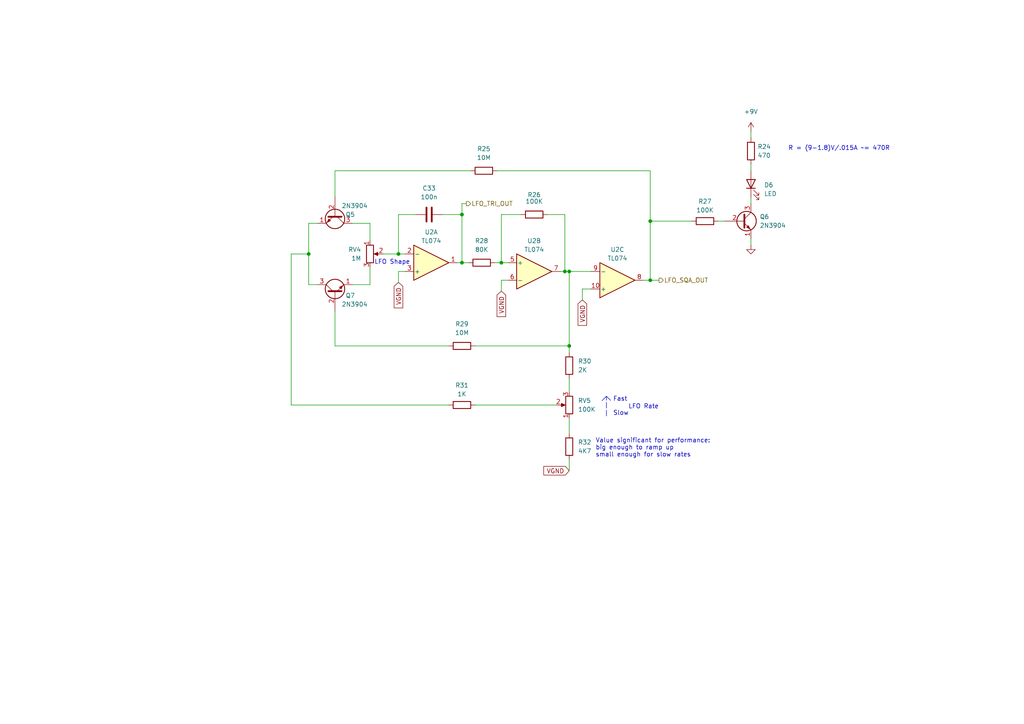
<source format=kicad_sch>
(kicad_sch (version 20211123) (generator eeschema)
  (paper "A4")
  (title_block (title "LivSynth - LFO") (date "2022-07-18") (rev "${Version}") (company "SloBlo Labs"))
  (lib_symbols
    (symbol "Amplifier_Operational:TL074" (pin_names (offset 0.127))
      (property "Reference" "U" (at 0 5.08 0))
      (property "Value" "TL074" (at 0 -5.08 0))
      (symbol "TL074_1_1"
        (polyline (pts (xy -5.08 5.08) (xy 5.08 0) (xy -5.08 -5.08) (xy -5.08 5.08)) (stroke (width 0.254)) (fill (type background)))
        (pin output line (at 7.62 0 180) (length 2.54) (name "~") (number "1"))
        (pin input line (at -7.62 -2.54 0) (length 2.54) (name "-") (number "2"))
        (pin input line (at -7.62 2.54 0) (length 2.54) (name "+") (number "3"))
      )
      (symbol "TL074_2_1"
        (polyline (pts (xy -5.08 5.08) (xy 5.08 0) (xy -5.08 -5.08) (xy -5.08 5.08)) (stroke (width 0.254)) (fill (type background)))
        (pin input line (at -7.62 2.54 0) (length 2.54) (name "+") (number "5"))
        (pin input line (at -7.62 -2.54 0) (length 2.54) (name "-") (number "6"))
        (pin output line (at 7.62 0 180) (length 2.54) (name "~") (number "7"))
      )
      (symbol "TL074_3_1"
        (polyline (pts (xy -5.08 5.08) (xy 5.08 0) (xy -5.08 -5.08) (xy -5.08 5.08)) (stroke (width 0.254)) (fill (type background)))
        (pin input line (at -7.62 2.54 0) (length 2.54) (name "+") (number "10"))
        (pin output line (at 7.62 0 180) (length 2.54) (name "~") (number "8"))
        (pin input line (at -7.62 -2.54 0) (length 2.54) (name "-") (number "9"))
      )
      (symbol "TL074_4_1"
        (polyline (pts (xy -5.08 5.08) (xy 5.08 0) (xy -5.08 -5.08) (xy -5.08 5.08)) (stroke (width 0.254)) (fill (type background)))
        (pin input line (at -7.62 2.54 0) (length 2.54) (name "+") (number "12"))
        (pin input line (at -7.62 -2.54 0) (length 2.54) (name "-") (number "13"))
        (pin output line (at 7.62 0 180) (length 2.54) (name "~") (number "14"))
      )
      (symbol "TL074_5_1"
        (pin power_in line (at -2.54 -7.62 90) (length 3.81) (name "V-") (number "11"))
        (pin power_in line (at -2.54 7.62 270) (length 3.81) (name "V+") (number "4"))
      )
    )
    (symbol "Device:C" (pin_numbers hide) (pin_names (offset 0.254))
      (property "Reference" "C" (at 0.635 2.54 0))
      (property "Value" "C" (at 0.635 -2.54 0))
      (symbol "C_0_1"
        (polyline (pts (xy -2.032 -0.762) (xy 2.032 -0.762)) (stroke (width 0.508)))
        (polyline (pts (xy -2.032 0.762) (xy 2.032 0.762)) (stroke (width 0.508)))
      )
      (symbol "C_1_1"
        (pin passive line (at 0 3.81 270) (length 2.794) (name "~") (number "1"))
        (pin passive line (at 0 -3.81 90) (length 2.794) (name "~") (number "2"))
      )
    )
    (symbol "Device:LED" (pin_numbers hide) (pin_names (offset 1.016) hide)
      (property "Reference" "D" (at 0 2.54 0))
      (property "Value" "LED" (at 0 -2.54 0))
      (symbol "LED_0_1"
        (polyline (pts (xy -1.27 -1.27) (xy -1.27 1.27)) (stroke (width 0.254)))
        (polyline (pts (xy -1.27 0) (xy 1.27 0)))
        (polyline (pts (xy 1.27 -1.27) (xy 1.27 1.27) (xy -1.27 0) (xy 1.27 -1.27)) (stroke (width 0.254)))
        (polyline (pts (xy -3.048 -0.762) (xy -4.572 -2.286) (xy -3.81 -2.286) (xy -4.572 -2.286) (xy -4.572 -1.524)))
        (polyline (pts (xy -1.778 -0.762) (xy -3.302 -2.286) (xy -2.54 -2.286) (xy -3.302 -2.286) (xy -3.302 -1.524)))
      )
      (symbol "LED_1_1"
        (pin passive line (at -3.81 0 0) (length 2.54) (name "K") (number "1"))
        (pin passive line (at 3.81 0 180) (length 2.54) (name "A") (number "2"))
      )
    )
    (symbol "Device:R" (pin_numbers hide) (pin_names (offset 0))
      (property "Reference" "R" (at 2.032 0 90))
      (property "Value" "R" (at 0 0 90))
      (symbol "R_0_1"
        (rectangle (start -1.016 -2.54) (end 1.016 2.54) (stroke (width 0.254)))
      )
      (symbol "R_1_1"
        (pin passive line (at 0 3.81 270) (length 1.27) (name "~") (number "1"))
        (pin passive line (at 0 -3.81 90) (length 1.27) (name "~") (number "2"))
      )
    )
    (symbol "Device:R_Potentiometer" (pin_names (offset 1.016) hide)
      (property "Reference" "RV" (at -4.445 0 90))
      (property "Value" "R_Potentiometer" (at -2.54 0 90))
      (symbol "R_Potentiometer_0_1"
        (polyline (pts (xy 2.54 0) (xy 1.524 0)))
        (polyline (pts (xy 1.143 0) (xy 2.286 0.508) (xy 2.286 -0.508) (xy 1.143 0)) (fill (type outline)))
        (rectangle (start 1.016 2.54) (end -1.016 -2.54) (stroke (width 0.254)))
      )
      (symbol "R_Potentiometer_1_1"
        (pin passive line (at 0 3.81 270) (length 1.27) (name "1") (number "1"))
        (pin passive line (at 3.81 0 180) (length 1.27) (name "2") (number "2"))
        (pin passive line (at 0 -3.81 90) (length 1.27) (name "3") (number "3"))
      )
    )
    (symbol "Transistor_BJT:2N3904" (pin_names (offset 0) hide)
      (property "Reference" "Q" (at 5.08 1.905 0))
      (property "Value" "2N3904" (at 5.08 0 0))
      (symbol "2N3904_0_1"
        (polyline (pts (xy 0.635 0.635) (xy 2.54 2.54)))
        (polyline (pts (xy 0.635 -0.635) (xy 2.54 -2.54) (xy 2.54 -2.54)))
        (polyline (pts (xy 0.635 1.905) (xy 0.635 -1.905) (xy 0.635 -1.905)) (stroke (width 0.508)))
        (polyline (pts (xy 1.27 -1.778) (xy 1.778 -1.27) (xy 2.286 -2.286) (xy 1.27 -1.778) (xy 1.27 -1.778)) (fill (type outline)))
        (circle (center 1.27 0) (radius 2.8194) (stroke (width 0.254)))
      )
      (symbol "2N3904_1_1"
        (pin passive line (at 2.54 -5.08 90) (length 2.54) (name "E") (number "1"))
        (pin passive line (at -5.08 0 0) (length 5.715) (name "B") (number "2"))
        (pin passive line (at 2.54 5.08 270) (length 2.54) (name "C") (number "3"))
      )
    )
    (symbol "power:+9V" (power) (pin_names (offset 0))
      (property "Value" "+9V" (at 0 3.556 0))
      (symbol "+9V_0_1"
        (polyline (pts (xy -0.762 1.27) (xy 0 2.54)))
        (polyline (pts (xy 0 0) (xy 0 2.54)))
        (polyline (pts (xy 0 2.54) (xy 0.762 1.27)))
      )
      (symbol "+9V_1_1"
        (pin power_in line (at 0 0 90) (length 0) hide (name "+9V") (number "1"))
      )
    )
    (symbol "power:GND" (power) (pin_names (offset 0))
      (property "Value" "GND" (at 0 -3.81 0))
      (symbol "GND_0_1"
        (polyline (pts (xy 0 0) (xy 0 -1.27) (xy 1.27 -1.27) (xy 0 -2.54) (xy -1.27 -1.27) (xy 0 -1.27)))
      )
      (symbol "GND_1_1"
        (pin power_in line (at 0 0 270) (length 0) hide (name "GND") (number "1"))
      )
    )
  )
  (junction (at 188.595 81.28))
  (junction (at 145.415 76.2))
  (junction (at 133.985 76.2))
  (junction (at 163.83 78.74))
  (junction (at 188.595 64.135))
  (junction (at 133.985 62.23))
  (junction (at 89.535 73.66))
  (junction (at 165.1 100.33))
  (junction (at 165.1 78.74))
  (junction (at 115.57 73.66))
  (wire (pts (xy 217.805 38.1) (xy 217.805 40.005)))
  (wire (pts (xy 137.795 117.475) (xy 161.29 117.475)))
  (polyline (pts (xy 175.895 114.935) (xy 177.165 116.205)))
  (wire (pts (xy 133.985 76.2) (xy 135.89 76.2)))
  (wire (pts (xy 162.56 78.74) (xy 163.83 78.74)))
  (wire (pts (xy 133.985 62.23) (xy 133.985 76.2)))
  (wire (pts (xy 144.145 49.53) (xy 188.595 49.53)))
  (wire (pts (xy 115.57 62.23) (xy 115.57 73.66)))
  (wire (pts (xy 97.155 49.53) (xy 136.525 49.53)))
  (wire (pts (xy 133.985 59.055) (xy 135.255 59.055)))
  (wire (pts (xy 188.595 49.53) (xy 188.595 64.135)))
  (wire (pts (xy 128.27 62.23) (xy 133.985 62.23)))
  (wire (pts (xy 165.1 133.35) (xy 165.1 136.525)))
  (wire (pts (xy 102.235 82.55) (xy 107.315 82.55)))
  (wire (pts (xy 188.595 64.135) (xy 188.595 81.28)))
  (wire (pts (xy 107.315 82.55) (xy 107.315 77.47)))
  (wire (pts (xy 165.1 78.74) (xy 171.45 78.74)))
  (wire (pts (xy 89.535 82.55) (xy 89.535 73.66)))
  (wire (pts (xy 165.1 121.285) (xy 165.1 125.73)))
  (wire (pts (xy 188.595 81.28) (xy 191.135 81.28)))
  (wire (pts (xy 145.415 84.455) (xy 145.415 81.28)))
  (wire (pts (xy 145.415 62.23) (xy 145.415 76.2)))
  (wire (pts (xy 137.795 100.33) (xy 165.1 100.33)))
  (wire (pts (xy 120.65 62.23) (xy 115.57 62.23)))
  (wire (pts (xy 163.83 62.23) (xy 163.83 78.74)))
  (wire (pts (xy 132.715 76.2) (xy 133.985 76.2)))
  (wire (pts (xy 97.155 57.15) (xy 97.155 49.53)))
  (wire (pts (xy 130.175 100.33) (xy 97.155 100.33)))
  (wire (pts (xy 89.535 64.77) (xy 92.075 64.77)))
  (wire (pts (xy 188.595 81.28) (xy 186.69 81.28)))
  (polyline (pts (xy 175.895 120.65) (xy 175.895 114.935)))
  (wire (pts (xy 84.455 73.66) (xy 89.535 73.66)))
  (wire (pts (xy 208.28 64.135) (xy 210.185 64.135)))
  (wire (pts (xy 107.315 64.77) (xy 107.315 69.85)))
  (wire (pts (xy 84.455 117.475) (xy 84.455 73.66)))
  (wire (pts (xy 111.125 73.66) (xy 115.57 73.66)))
  (wire (pts (xy 102.235 64.77) (xy 107.315 64.77)))
  (polyline (pts (xy 174.625 116.205) (xy 175.895 114.935)))
  (wire (pts (xy 165.1 100.33) (xy 165.1 102.235)))
  (wire (pts (xy 130.175 117.475) (xy 84.455 117.475)))
  (wire (pts (xy 165.1 78.74) (xy 165.1 100.33)))
  (wire (pts (xy 217.805 57.15) (xy 217.805 59.055)))
  (wire (pts (xy 89.535 73.66) (xy 89.535 64.77)))
  (wire (pts (xy 145.415 81.28) (xy 147.32 81.28)))
  (wire (pts (xy 151.13 62.23) (xy 145.415 62.23)))
  (wire (pts (xy 217.805 47.625) (xy 217.805 49.53)))
  (wire (pts (xy 115.57 73.66) (xy 117.475 73.66)))
  (wire (pts (xy 165.1 109.855) (xy 165.1 113.665)))
  (wire (pts (xy 158.75 62.23) (xy 163.83 62.23)))
  (wire (pts (xy 143.51 76.2) (xy 145.415 76.2)))
  (wire (pts (xy 168.91 83.82) (xy 171.45 83.82)))
  (wire (pts (xy 117.475 78.74) (xy 115.57 78.74)))
  (wire (pts (xy 97.155 100.33) (xy 97.155 90.17)))
  (wire (pts (xy 92.075 82.55) (xy 89.535 82.55)))
  (wire (pts (xy 163.83 78.74) (xy 165.1 78.74)))
  (wire (pts (xy 217.805 69.215) (xy 217.805 71.12)))
  (wire (pts (xy 188.595 64.135) (xy 200.66 64.135)))
  (wire (pts (xy 115.57 78.74) (xy 115.57 81.915)))
  (wire (pts (xy 168.91 86.995) (xy 168.91 83.82)))
  (wire (pts (xy 133.985 59.055) (xy 133.985 62.23)))
  (wire (pts (xy 145.415 76.2) (xy 147.32 76.2)))
  (text "LFO Shape" (at 108.585 76.835 0) (effects (font (size 1.27 1.27)) (justify left bottom)))
  (text "LFO Rate" (at 182.245 118.745 0) (effects (font (size 1.27 1.27)) (justify left bottom)))
  (text "Fast\n\nSlow" (at 177.8 120.65 0) (effects (font (size 1.27 1.27)) (justify left bottom)))
  (text "R = (9-1.8)V/.015A ~= 470R" (at 228.6 43.815 0) (effects (font (size 1.27 1.27)) (justify left bottom)))
  (text "Value significant for performance:\nbig enough to ramp up\nsmall enough for slow rates" (at 172.72 132.715 0) (effects (font (size 1.27 1.27)) (justify left bottom)))
  (global_label "VGND" (shape input) (at 165.1 136.525 180) (property "Intersheet References" "${INTERSHEET_REFS}" (effects hide)))
  (global_label "VGND" (shape input) (at 145.415 84.455 270) (property "Intersheet References" "${INTERSHEET_REFS}" (effects hide)))
  (global_label "VGND" (shape input) (at 168.91 86.995 270) (property "Intersheet References" "${INTERSHEET_REFS}" (effects hide)))
  (global_label "VGND" (shape input) (at 115.57 81.915 270) (property "Intersheet References" "${INTERSHEET_REFS}" (effects hide)))
  (hierarchical_label "LFO_TRI_OUT" (shape output) (at 135.255 59.055 0))
  (hierarchical_label "LFO_SQA_OUT" (shape output) (at 191.135 81.28 0))
  (symbol (lib_id "Amplifier_Operational:TL074") (at 154.94 78.74 0) (unit 2)
    (property "Reference" "U2" (at 154.94 69.85 0))
    (property "Value" "TL074" (at 154.94 72.39 0))
    (property "Datasheet" "http://www.ti.com/lit/ds/symlink/tl071.pdf" (effects hide))
  )
  (symbol (lib_id "power:GND") (at 217.805 71.12 0) (unit 1)
    (property "Reference" "#PWR045" (effects hide))
    (property "Value" "GND" (effects hide))
  )
  (symbol (lib_id "Device:R") (at 139.7 76.2 90) (unit 1)
    (property "Reference" "R28" (at 139.7 69.85 90))
    (property "Value" "80K" (at 139.7 72.39 90))
    (property "Footprint" "Resistor_THT:R_Axial_DIN0207_L6.3mm_D2.5mm_P7.62mm_Horizontal" (effects hide))
  )
  (symbol (lib_id "Device:R") (at 165.1 129.54 0) (unit 1)
    (property "Reference" "R32" (at 167.64 128.2699 0) (effects (justify left)))
    (property "Value" "4K7" (at 167.64 130.8099 0) (effects (justify left)))
    (property "Footprint" "Resistor_THT:R_Axial_DIN0207_L6.3mm_D2.5mm_P7.62mm_Horizontal" (effects hide))
  )
  (symbol (lib_id "Device:C") (at 124.46 62.23 90) (unit 1)
    (property "Reference" "C33" (at 124.46 54.61 90))
    (property "Value" "100n" (at 124.46 57.15 90))
    (property "Footprint" "Capacitor_THT:C_Disc_D3.0mm_W1.6mm_P2.50mm" (effects hide))
  )
  (symbol (lib_id "Device:R") (at 217.805 43.815 0) (unit 1)
    (property "Reference" "R24" (at 219.71 42.5449 0) (effects (justify left)))
    (property "Value" "470" (at 219.71 45.0849 0) (effects (justify left)))
    (property "Footprint" "Resistor_THT:R_Axial_DIN0207_L6.3mm_D2.5mm_P7.62mm_Horizontal" (effects hide))
  )
  (symbol (lib_id "Device:R") (at 204.47 64.135 270) (unit 1)
    (property "Reference" "R27" (at 204.47 58.42 90))
    (property "Value" "100K" (at 204.47 60.96 90))
    (property "Footprint" "Resistor_THT:R_Axial_DIN0207_L6.3mm_D2.5mm_P7.62mm_Horizontal" (effects hide))
  )
  (symbol (lib_id "Device:R_Potentiometer") (at 107.315 73.66 0) (unit 1)
    (property "Reference" "RV4" (at 104.775 72.3899 0) (effects (justify right)))
    (property "Value" "1M" (at 104.775 74.9299 0) (effects (justify right)))
  )
  (symbol (lib_id "Transistor_BJT:2N3904") (at 97.155 85.09 90) (unit 1)
    (property "Reference" "Q7" (at 101.6 85.725 90))
    (property "Value" "2N3904" (at 102.87 88.265 90))
    (property "Footprint" "Package_TO_SOT_THT:TO-92_Inline" (effects hide))
    (property "Datasheet" "https://www.onsemi.com/pub/Collateral/2N3903-D.PDF" (effects hide))
  )
  (symbol (lib_id "Device:R") (at 133.985 117.475 270) (unit 1)
    (property "Reference" "R31" (at 133.985 111.76 90))
    (property "Value" "1K" (at 133.985 114.3 90))
    (property "Footprint" "Resistor_THT:R_Axial_DIN0207_L6.3mm_D2.5mm_P7.62mm_Horizontal" (effects hide))
  )
  (symbol (lib_id "Device:R_Potentiometer") (at 165.1 117.475 180) (unit 1)
    (property "Reference" "RV5" (at 167.64 116.2049 0) (effects (justify right)))
    (property "Value" "100K" (at 167.64 118.7449 0) (effects (justify right)))
  )
  (symbol (lib_id "Device:R") (at 140.335 49.53 90) (unit 1)
    (property "Reference" "R25" (at 140.335 43.18 90))
    (property "Value" "10M" (at 140.335 45.72 90))
    (property "Footprint" "Resistor_THT:R_Axial_DIN0207_L6.3mm_D2.5mm_P7.62mm_Horizontal" (effects hide))
  )
  (symbol (lib_id "Amplifier_Operational:TL074") (at 125.095 76.2 0) (mirror x) (unit 1)
    (property "Reference" "U2" (at 125.095 67.31 0))
    (property "Value" "TL074" (at 125.095 69.85 0))
    (property "Datasheet" "http://www.ti.com/lit/ds/symlink/tl071.pdf" (effects hide))
  )
  (symbol (lib_id "Transistor_BJT:2N3904") (at 215.265 64.135 0) (unit 1)
    (property "Reference" "Q6" (at 220.345 62.8649 0) (effects (justify left)))
    (property "Value" "2N3904" (at 220.345 65.4049 0) (effects (justify left)))
    (property "Footprint" "Package_TO_SOT_THT:TO-92_Inline" (effects hide))
    (property "Datasheet" "https://www.onsemi.com/pub/Collateral/2N3903-D.PDF" (effects hide))
  )
  (symbol (lib_id "Transistor_BJT:2N3904") (at 97.155 62.23 270) (unit 1)
    (property "Reference" "Q5" (at 101.6 62.23 90))
    (property "Value" "2N3904" (at 102.87 59.69 90))
    (property "Footprint" "Package_TO_SOT_THT:TO-92_Inline" (effects hide))
    (property "Datasheet" "https://www.onsemi.com/pub/Collateral/2N3903-D.PDF" (effects hide))
  )
  (symbol (lib_id "Amplifier_Operational:TL074") (at 179.07 81.28 0) (mirror x) (unit 3)
    (property "Reference" "U2" (at 179.07 72.39 0))
    (property "Value" "TL074" (at 179.07 74.93 0))
    (property "Datasheet" "http://www.ti.com/lit/ds/symlink/tl071.pdf" (effects hide))
  )
  (symbol (lib_id "power:+9V") (at 217.805 38.1 0) (unit 1)
    (property "Reference" "#PWR044" (effects hide))
    (property "Value" "+9V" (at 217.805 32.385 0))
  )
  (symbol (lib_id "Device:R") (at 133.985 100.33 90) (unit 1)
    (property "Reference" "R29" (at 133.985 93.98 90))
    (property "Value" "10M" (at 133.985 96.52 90))
    (property "Footprint" "Resistor_THT:R_Axial_DIN0207_L6.3mm_D2.5mm_P7.62mm_Horizontal" (effects hide))
  )
  (symbol (lib_id "Device:R") (at 154.94 62.23 90) (unit 1)
    (property "Reference" "R26" (at 154.94 56.515 90))
    (property "Value" "100K" (at 154.94 58.42 90))
    (property "Footprint" "Resistor_THT:R_Axial_DIN0207_L6.3mm_D2.5mm_P7.62mm_Horizontal" (effects hide))
  )
  (symbol (lib_id "Device:LED") (at 217.805 53.34 90) (unit 1)
    (property "Reference" "D6" (at 221.615 53.6574 90) (effects (justify right)))
    (property "Value" "LED" (at 221.615 56.1974 90) (effects (justify right)))
    (property "Footprint" "LED_THT:LED_D5.0mm" (effects hide))
  )
  (symbol (lib_id "Device:R") (at 165.1 106.045 0) (unit 1)
    (property "Reference" "R30" (at 167.64 104.7749 0) (effects (justify left)))
    (property "Value" "2K" (at 167.64 107.3149 0) (effects (justify left)))
    (property "Footprint" "Resistor_THT:R_Axial_DIN0207_L6.3mm_D2.5mm_P7.62mm_Horizontal" (effects hide))
  )
)
</source>
